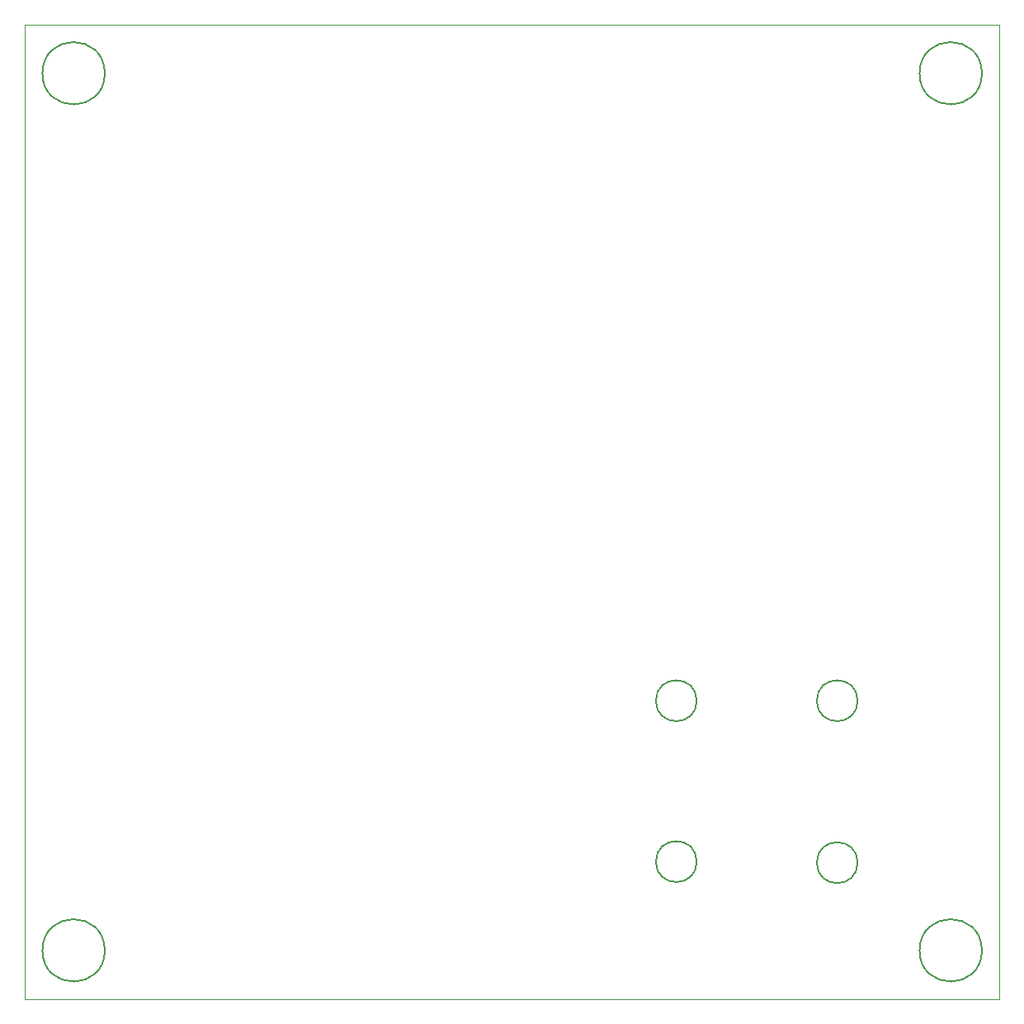
<source format=gbp>
G04 #@! TF.GenerationSoftware,KiCad,Pcbnew,7.0.8-7.0.8~ubuntu22.04.1*
G04 #@! TF.CreationDate,2023-10-06T16:41:22-07:00*
G04 #@! TF.ProjectId,feedbackController,66656564-6261-4636-9b43-6f6e74726f6c,rev?*
G04 #@! TF.SameCoordinates,Original*
G04 #@! TF.FileFunction,Paste,Bot*
G04 #@! TF.FilePolarity,Positive*
%FSLAX46Y46*%
G04 Gerber Fmt 4.6, Leading zero omitted, Abs format (unit mm)*
G04 Created by KiCad (PCBNEW 7.0.8-7.0.8~ubuntu22.04.1) date 2023-10-06 16:41:22*
%MOMM*%
%LPD*%
G01*
G04 APERTURE LIST*
%ADD10C,0.150000*%
G04 #@! TA.AperFunction,Profile*
%ADD11C,0.100000*%
G04 #@! TD*
G04 APERTURE END LIST*
D10*
X135450000Y-119380000D02*
G75*
G03*
X135450000Y-119380000I-2100000J0D01*
G01*
X148200000Y-55000000D02*
G75*
G03*
X148200000Y-55000000I-3200000J0D01*
G01*
X58200000Y-55000000D02*
G75*
G03*
X58200000Y-55000000I-3200000J0D01*
G01*
X118940000Y-119380000D02*
G75*
G03*
X118940000Y-119380000I-2100000J0D01*
G01*
X148200000Y-145000000D02*
G75*
G03*
X148200000Y-145000000I-3200000J0D01*
G01*
X58200000Y-145000000D02*
G75*
G03*
X58200000Y-145000000I-3200000J0D01*
G01*
X118940000Y-135890000D02*
G75*
G03*
X118940000Y-135890000I-2100000J0D01*
G01*
X135450000Y-136000000D02*
G75*
G03*
X135450000Y-136000000I-2100000J0D01*
G01*
D11*
X150000000Y-50000000D02*
X50000000Y-50000000D01*
X50000000Y-50000000D02*
X50000000Y-150000000D01*
X150000000Y-150000000D02*
X150000000Y-50000000D01*
X50000000Y-150000000D02*
X150000000Y-150000000D01*
M02*

</source>
